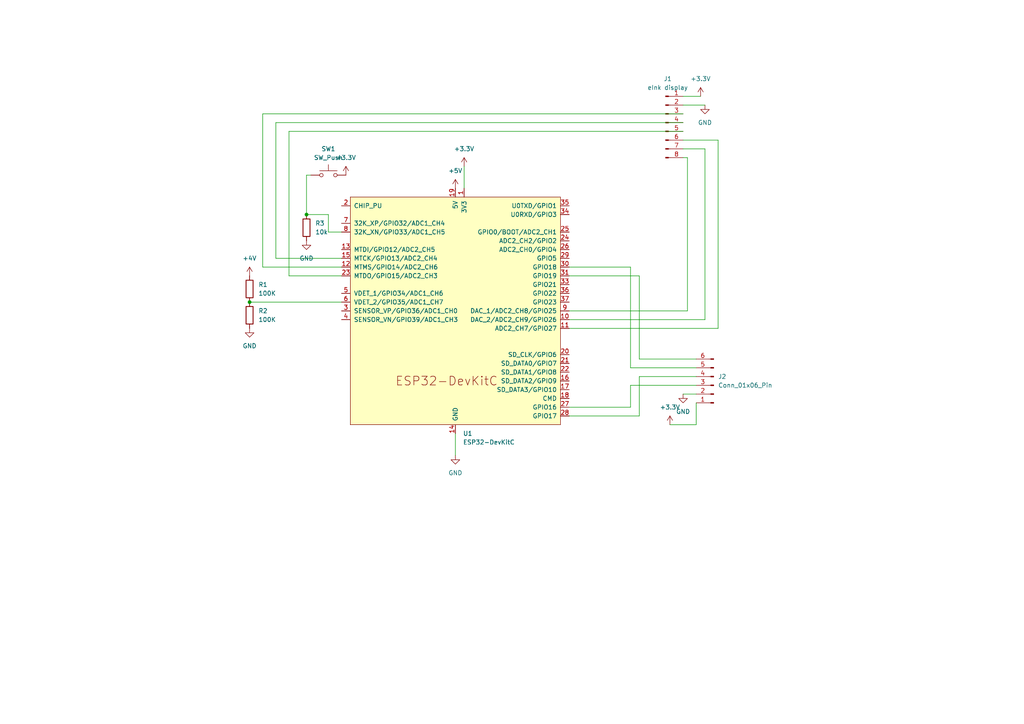
<source format=kicad_sch>
(kicad_sch (version 20230121) (generator eeschema)
  (paper "A4")
  (lib_symbols
    (symbol "Connector:Conn_01x06_Pin" (pin_names (offset 1.016) hide)
      (property "Reference" "J" (at 0 7.62 0))
      (property "Value" "Conn_01x06_Pin" (at 0 -10.16 0))
      (symbol "Conn_01x06_Pin_1_1"
        (polyline (pts (xy 1.27 -7.62) (xy 0.8636 -7.62)) (stroke (width 0.1524)))
        (polyline (pts (xy 1.27 -5.08) (xy 0.8636 -5.08)) (stroke (width 0.1524)))
        (polyline (pts (xy 1.27 -2.54) (xy 0.8636 -2.54)) (stroke (width 0.1524)))
        (polyline (pts (xy 1.27 0) (xy 0.8636 0)) (stroke (width 0.1524)))
        (polyline (pts (xy 1.27 2.54) (xy 0.8636 2.54)) (stroke (width 0.1524)))
        (polyline (pts (xy 1.27 5.08) (xy 0.8636 5.08)) (stroke (width 0.1524)))
        (rectangle (start 0.8636 -7.493) (end 0 -7.747) (stroke (width 0.1524)) (fill (type outline)))
        (rectangle (start 0.8636 -4.953) (end 0 -5.207) (stroke (width 0.1524)) (fill (type outline)))
        (rectangle (start 0.8636 -2.413) (end 0 -2.667) (stroke (width 0.1524)) (fill (type outline)))
        (rectangle (start 0.8636 0.127) (end 0 -0.127) (stroke (width 0.1524)) (fill (type outline)))
        (rectangle (start 0.8636 2.667) (end 0 2.413) (stroke (width 0.1524)) (fill (type outline)))
        (rectangle (start 0.8636 5.207) (end 0 4.953) (stroke (width 0.1524)) (fill (type outline)))
        (pin passive line (at 5.08 5.08 180) (length 3.81) (name "Pin_1") (number "1"))
        (pin passive line (at 5.08 2.54 180) (length 3.81) (name "Pin_2") (number "2"))
        (pin passive line (at 5.08 0 180) (length 3.81) (name "Pin_3") (number "3"))
        (pin passive line (at 5.08 -2.54 180) (length 3.81) (name "Pin_4") (number "4"))
        (pin passive line (at 5.08 -5.08 180) (length 3.81) (name "Pin_5") (number "5"))
        (pin passive line (at 5.08 -7.62 180) (length 3.81) (name "Pin_6") (number "6"))
      )
    )
    (symbol "Connector:Conn_01x08_Pin" (pin_names (offset 1.016) hide)
      (property "Reference" "J" (at 0 10.16 0))
      (property "Value" "Conn_01x08_Pin" (at 0 -12.7 0))
      (symbol "Conn_01x08_Pin_1_1"
        (polyline (pts (xy 1.27 -10.16) (xy 0.8636 -10.16)) (stroke (width 0.1524)))
        (polyline (pts (xy 1.27 -7.62) (xy 0.8636 -7.62)) (stroke (width 0.1524)))
        (polyline (pts (xy 1.27 -5.08) (xy 0.8636 -5.08)) (stroke (width 0.1524)))
        (polyline (pts (xy 1.27 -2.54) (xy 0.8636 -2.54)) (stroke (width 0.1524)))
        (polyline (pts (xy 1.27 0) (xy 0.8636 0)) (stroke (width 0.1524)))
        (polyline (pts (xy 1.27 2.54) (xy 0.8636 2.54)) (stroke (width 0.1524)))
        (polyline (pts (xy 1.27 5.08) (xy 0.8636 5.08)) (stroke (width 0.1524)))
        (polyline (pts (xy 1.27 7.62) (xy 0.8636 7.62)) (stroke (width 0.1524)))
        (rectangle (start 0.8636 -10.033) (end 0 -10.287) (stroke (width 0.1524)) (fill (type outline)))
        (rectangle (start 0.8636 -7.493) (end 0 -7.747) (stroke (width 0.1524)) (fill (type outline)))
        (rectangle (start 0.8636 -4.953) (end 0 -5.207) (stroke (width 0.1524)) (fill (type outline)))
        (rectangle (start 0.8636 -2.413) (end 0 -2.667) (stroke (width 0.1524)) (fill (type outline)))
        (rectangle (start 0.8636 0.127) (end 0 -0.127) (stroke (width 0.1524)) (fill (type outline)))
        (rectangle (start 0.8636 2.667) (end 0 2.413) (stroke (width 0.1524)) (fill (type outline)))
        (rectangle (start 0.8636 5.207) (end 0 4.953) (stroke (width 0.1524)) (fill (type outline)))
        (rectangle (start 0.8636 7.747) (end 0 7.493) (stroke (width 0.1524)) (fill (type outline)))
        (pin passive line (at 5.08 7.62 180) (length 3.81) (name "Pin_1") (number "1"))
        (pin passive line (at 5.08 5.08 180) (length 3.81) (name "Pin_2") (number "2"))
        (pin passive line (at 5.08 2.54 180) (length 3.81) (name "Pin_3") (number "3"))
        (pin passive line (at 5.08 0 180) (length 3.81) (name "Pin_4") (number "4"))
        (pin passive line (at 5.08 -2.54 180) (length 3.81) (name "Pin_5") (number "5"))
        (pin passive line (at 5.08 -5.08 180) (length 3.81) (name "Pin_6") (number "6"))
        (pin passive line (at 5.08 -7.62 180) (length 3.81) (name "Pin_7") (number "7"))
        (pin passive line (at 5.08 -10.16 180) (length 3.81) (name "Pin_8") (number "8"))
      )
    )
    (symbol "Device:R" (pin_numbers hide) (pin_names (offset 0))
      (property "Reference" "R" (at 2.032 0 90))
      (property "Value" "R" (at 0 0 90))
      (symbol "R_0_1"
        (rectangle (start -1.016 -2.54) (end 1.016 2.54) (stroke (width 0.254)))
      )
      (symbol "R_1_1"
        (pin passive line (at 0 3.81 270) (length 1.27) (name "~") (number "1"))
        (pin passive line (at 0 -3.81 90) (length 1.27) (name "~") (number "2"))
      )
    )
    (symbol "PCM_Espressif:ESP32-DevKitC" (pin_names (offset 1.016))
      (property "Reference" "U" (at -30.48 38.1 0))
      (property "Value" "ESP32-DevKitC" (at -30.48 35.56 0))
      (symbol "ESP32-DevKitC_0_0"
        (text "ESP32-DevKitC" (at -2.54 -20.32 0) (effects (font (size 2.54 2.54))))
        (pin power_in line (at 0 -35.56 90) (length 2.54) (name "GND") (number "14"))
        (pin power_in line (at 0 35.56 270) (length 2.54) (name "5V") (number "19"))
      )
      (symbol "ESP32-DevKitC_0_1"
        (rectangle (start -30.48 33.02) (end 30.48 -33.02) (fill (type background)))
      )
      (symbol "ESP32-DevKitC_1_1"
        (pin power_in line (at 2.54 35.56 270) (length 2.54) (name "3V3") (number "1"))
        (pin bidirectional line (at 33.02 -2.54 180) (length 2.54) (name "DAC_2/ADC2_CH9/GPIO26") (number "10"))
        (pin bidirectional line (at 33.02 -5.08 180) (length 2.54) (name "ADC2_CH7/GPIO27") (number "11"))
        (pin bidirectional line (at -33.02 12.7 0) (length 2.54) (name "MTMS/GPIO14/ADC2_CH6") (number "12"))
        (pin bidirectional line (at -33.02 17.78 0) (length 2.54) (name "MTDI/GPIO12/ADC2_CH5") (number "13"))
        (pin bidirectional line (at -33.02 15.24 0) (length 2.54) (name "MTCK/GPIO13/ADC2_CH4") (number "15"))
        (pin bidirectional line (at 33.02 -20.32 180) (length 2.54) (name "SD_DATA2/GPIO9") (number "16"))
        (pin bidirectional line (at 33.02 -22.86 180) (length 2.54) (name "SD_DATA3/GPIO10") (number "17"))
        (pin bidirectional line (at 33.02 -25.4 180) (length 2.54) (name "CMD") (number "18"))
        (pin input line (at -33.02 30.48 0) (length 2.54) (name "CHIP_PU") (number "2"))
        (pin bidirectional line (at 33.02 -12.7 180) (length 2.54) (name "SD_CLK/GPIO6") (number "20"))
        (pin bidirectional line (at 33.02 -15.24 180) (length 2.54) (name "SD_DATA0/GPIO7") (number "21"))
        (pin bidirectional line (at 33.02 -17.78 180) (length 2.54) (name "SD_DATA1/GPIO8") (number "22"))
        (pin bidirectional line (at -33.02 10.16 0) (length 2.54) (name "MTDO/GPIO15/ADC2_CH3") (number "23"))
        (pin bidirectional line (at 33.02 20.32 180) (length 2.54) (name "ADC2_CH2/GPIO2") (number "24"))
        (pin bidirectional line (at 33.02 22.86 180) (length 2.54) (name "GPIO0/BOOT/ADC2_CH1") (number "25"))
        (pin bidirectional line (at 33.02 17.78 180) (length 2.54) (name "ADC2_CH0/GPIO4") (number "26"))
        (pin bidirectional line (at 33.02 -27.94 180) (length 2.54) (name "GPIO16") (number "27"))
        (pin bidirectional line (at 33.02 -30.48 180) (length 2.54) (name "GPIO17") (number "28"))
        (pin bidirectional line (at 33.02 15.24 180) (length 2.54) (name "GPIO5") (number "29"))
        (pin input line (at -33.02 0 0) (length 2.54) (name "SENSOR_VP/GPIO36/ADC1_CH0") (number "3"))
        (pin bidirectional line (at 33.02 12.7 180) (length 2.54) (name "GPIO18") (number "30"))
        (pin bidirectional line (at 33.02 10.16 180) (length 2.54) (name "GPIO19") (number "31"))
        (pin passive line (at 0 -35.56 90) (length 2.54) hide (name "GND") (number "32"))
        (pin bidirectional line (at 33.02 7.62 180) (length 2.54) (name "GPIO21") (number "33"))
        (pin bidirectional line (at 33.02 27.94 180) (length 2.54) (name "U0RXD/GPIO3") (number "34"))
        (pin bidirectional line (at 33.02 30.48 180) (length 2.54) (name "U0TXD/GPIO1") (number "35"))
        (pin bidirectional line (at 33.02 5.08 180) (length 2.54) (name "GPIO22") (number "36"))
        (pin bidirectional line (at 33.02 2.54 180) (length 2.54) (name "GPIO23") (number "37"))
        (pin passive line (at 0 -35.56 90) (length 2.54) hide (name "GND") (number "38"))
        (pin input line (at -33.02 -2.54 0) (length 2.54) (name "SENSOR_VN/GPIO39/ADC1_CH3") (number "4"))
        (pin input line (at -33.02 5.08 0) (length 2.54) (name "VDET_1/GPIO34/ADC1_CH6") (number "5"))
        (pin input line (at -33.02 2.54 0) (length 2.54) (name "VDET_2/GPIO35/ADC1_CH7") (number "6"))
        (pin bidirectional line (at -33.02 25.4 0) (length 2.54) (name "32K_XP/GPIO32/ADC1_CH4") (number "7"))
        (pin bidirectional line (at -33.02 22.86 0) (length 2.54) (name "32K_XN/GPIO33/ADC1_CH5") (number "8"))
        (pin bidirectional line (at 33.02 0 180) (length 2.54) (name "DAC_1/ADC2_CH8/GPIO25") (number "9"))
      )
    )
    (symbol "Switch:SW_Push" (pin_numbers hide) (pin_names (offset 1.016) hide)
      (property "Reference" "SW" (at 1.27 2.54 0))
      (property "Value" "SW_Push" (at 0 -1.524 0))
      (symbol "SW_Push_0_1"
        (circle (center -2.032 0) (radius 0.508))
        (polyline (pts (xy 0 1.27) (xy 0 3.048)))
        (polyline (pts (xy 2.54 1.27) (xy -2.54 1.27)))
        (circle (center 2.032 0) (radius 0.508))
        (pin passive line (at -5.08 0 0) (length 2.54) (name "1") (number "1"))
        (pin passive line (at 5.08 0 180) (length 2.54) (name "2") (number "2"))
      )
    )
    (symbol "power:+3.3V" (power) (pin_names (offset 0))
      (property "Value" "+3.3V" (at 0 3.556 0))
      (symbol "+3.3V_0_1"
        (polyline (pts (xy -0.762 1.27) (xy 0 2.54)))
        (polyline (pts (xy 0 0) (xy 0 2.54)))
        (polyline (pts (xy 0 2.54) (xy 0.762 1.27)))
      )
      (symbol "+3.3V_1_1"
        (pin power_in line (at 0 0 90) (length 0) hide (name "+3.3V") (number "1"))
      )
    )
    (symbol "power:+4V" (power) (pin_names (offset 0))
      (property "Value" "+4V" (at 0 3.556 0))
      (symbol "+4V_0_1"
        (polyline (pts (xy -0.762 1.27) (xy 0 2.54)))
        (polyline (pts (xy 0 0) (xy 0 2.54)))
        (polyline (pts (xy 0 2.54) (xy 0.762 1.27)))
      )
      (symbol "+4V_1_1"
        (pin power_in line (at 0 0 90) (length 0) hide (name "+4V") (number "1"))
      )
    )
    (symbol "power:+5V" (power) (pin_names (offset 0))
      (property "Value" "+5V" (at 0 3.556 0))
      (symbol "+5V_0_1"
        (polyline (pts (xy -0.762 1.27) (xy 0 2.54)))
        (polyline (pts (xy 0 0) (xy 0 2.54)))
        (polyline (pts (xy 0 2.54) (xy 0.762 1.27)))
      )
      (symbol "+5V_1_1"
        (pin power_in line (at 0 0 90) (length 0) hide (name "+5V") (number "1"))
      )
    )
    (symbol "power:GND" (power) (pin_names (offset 0))
      (property "Value" "GND" (at 0 -3.81 0))
      (symbol "GND_0_1"
        (polyline (pts (xy 0 0) (xy 0 -1.27) (xy 1.27 -1.27) (xy 0 -2.54) (xy -1.27 -1.27) (xy 0 -1.27)))
      )
      (symbol "GND_1_1"
        (pin power_in line (at 0 0 270) (length 0) hide (name "GND") (number "1"))
      )
    )
  )
  (junction (at 88.9 62.23))
  (junction (at 72.39 87.63))
  (wire (pts (xy 165.1 77.47) (xy 182.88 77.47)))
  (wire (pts (xy 204.47 43.18) (xy 198.12 43.18)))
  (wire (pts (xy 198.12 27.94) (xy 203.2 27.94)))
  (wire (pts (xy 208.28 40.64) (xy 198.12 40.64)))
  (wire (pts (xy 185.42 120.65) (xy 185.42 109.22)))
  (wire (pts (xy 165.1 92.71) (xy 204.47 92.71)))
  (wire (pts (xy 88.9 50.8) (xy 90.17 50.8)))
  (wire (pts (xy 201.93 116.84) (xy 201.93 123.19)))
  (wire (pts (xy 165.1 120.65) (xy 185.42 120.65)))
  (wire (pts (xy 99.06 67.31) (xy 95.25 67.31)))
  (wire (pts (xy 208.28 95.25) (xy 208.28 40.64)))
  (wire (pts (xy 99.06 80.01) (xy 83.82 80.01)))
  (wire (pts (xy 80.01 35.56) (xy 198.12 35.56)))
  (wire (pts (xy 165.1 118.11) (xy 182.88 118.11)))
  (wire (pts (xy 132.08 125.73) (xy 132.08 132.08)))
  (wire (pts (xy 204.47 92.71) (xy 204.47 43.18)))
  (wire (pts (xy 99.06 77.47) (xy 76.2 77.47)))
  (wire (pts (xy 76.2 33.02) (xy 76.2 77.47)))
  (wire (pts (xy 99.06 74.93) (xy 80.01 74.93)))
  (wire (pts (xy 185.42 80.01) (xy 185.42 104.14)))
  (wire (pts (xy 165.1 95.25) (xy 208.28 95.25)))
  (wire (pts (xy 95.25 62.23) (xy 88.9 62.23)))
  (wire (pts (xy 182.88 111.76) (xy 201.93 111.76)))
  (wire (pts (xy 185.42 109.22) (xy 201.93 109.22)))
  (wire (pts (xy 199.39 45.72) (xy 198.12 45.72)))
  (wire (pts (xy 182.88 77.47) (xy 182.88 106.68)))
  (wire (pts (xy 72.39 87.63) (xy 99.06 87.63)))
  (wire (pts (xy 83.82 38.1) (xy 198.12 38.1)))
  (wire (pts (xy 198.12 30.48) (xy 204.47 30.48)))
  (wire (pts (xy 88.9 62.23) (xy 88.9 50.8)))
  (wire (pts (xy 95.25 67.31) (xy 95.25 62.23)))
  (wire (pts (xy 194.31 123.19) (xy 201.93 123.19)))
  (wire (pts (xy 182.88 118.11) (xy 182.88 111.76)))
  (wire (pts (xy 165.1 80.01) (xy 185.42 80.01)))
  (wire (pts (xy 199.39 90.17) (xy 199.39 45.72)))
  (wire (pts (xy 83.82 38.1) (xy 83.82 80.01)))
  (wire (pts (xy 134.62 48.26) (xy 134.62 54.61)))
  (wire (pts (xy 198.12 114.3) (xy 201.93 114.3)))
  (wire (pts (xy 76.2 33.02) (xy 198.12 33.02)))
  (wire (pts (xy 182.88 106.68) (xy 201.93 106.68)))
  (wire (pts (xy 165.1 90.17) (xy 199.39 90.17)))
  (wire (pts (xy 185.42 104.14) (xy 201.93 104.14)))
  (wire (pts (xy 80.01 35.56) (xy 80.01 74.93)))
  (symbol (lib_id "power:+3.3V") (at 203.2 27.94 0) (unit 1)
    (property "Reference" "#PWR010" (effects hide))
    (property "Value" "+3.3V" (at 203.2 22.86 0))
  )
  (symbol (lib_id "Device:R") (at 72.39 91.44 0) (unit 1)
    (property "Reference" "R2" (at 74.93 90.17 0) (effects (justify left)))
    (property "Value" "100K" (at 74.93 92.71 0) (effects (justify left)))
    (property "Footprint" "Resistor_THT:R_Axial_DIN0204_L3.6mm_D1.6mm_P5.08mm_Horizontal" (effects hide))
  )
  (symbol (lib_id "Switch:SW_Push") (at 95.25 50.8 0) (unit 1)
    (property "Reference" "SW1" (at 95.25 43.18 0))
    (property "Value" "SW_Push" (at 95.25 45.72 0))
    (property "Footprint" "Button_Switch_THT:SW_PUSH_6mm_H4.3mm" (effects hide))
  )
  (symbol (lib_id "Device:R") (at 88.9 66.04 0) (unit 1)
    (property "Reference" "R3" (at 91.44 64.77 0) (effects (justify left)))
    (property "Value" "10k" (at 91.44 67.31 0) (effects (justify left)))
    (property "Footprint" "Resistor_THT:R_Axial_DIN0207_L6.3mm_D2.5mm_P7.62mm_Horizontal" (effects hide))
  )
  (symbol (lib_id "power:GND") (at 198.12 114.3 0) (unit 1)
    (property "Reference" "#PWR09" (effects hide))
    (property "Value" "GND" (at 198.12 119.38 0))
  )
  (symbol (lib_id "power:+4V") (at 72.39 80.01 0) (unit 1)
    (property "Reference" "#PWR01" (effects hide))
    (property "Value" "+4V" (at 72.39 74.93 0))
  )
  (symbol (lib_id "Device:R") (at 72.39 83.82 0) (unit 1)
    (property "Reference" "R1" (at 74.93 82.55 0) (effects (justify left)))
    (property "Value" "100K" (at 74.93 85.09 0) (effects (justify left)))
    (property "Footprint" "Resistor_THT:R_Axial_DIN0204_L3.6mm_D1.6mm_P5.08mm_Horizontal" (effects hide))
  )
  (symbol (lib_id "PCM_Espressif:ESP32-DevKitC") (at 132.08 90.17 0) (unit 1)
    (property "Reference" "U1" (at 134.2741 125.73 0) (effects (justify left)))
    (property "Value" "ESP32-DevKitC" (at 134.2741 128.27 0) (effects (justify left)))
    (property "Footprint" "PCM_Espressif:ESP32-DevKitC" (effects hide))
    (property "Datasheet" "https://docs.espressif.com/projects/esp-idf/zh_CN/latest/esp32/hw-reference/esp32/get-started-devkitc.html" (effects hide))
  )
  (symbol (lib_id "power:GND") (at 132.08 132.08 0) (unit 1)
    (property "Reference" "#PWR06" (effects hide))
    (property "Value" "GND" (at 132.08 137.16 0))
  )
  (symbol (lib_id "Connector:Conn_01x08_Pin") (at 193.04 35.56 0) (unit 1)
    (property "Reference" "J1" (at 193.675 22.86 0))
    (property "Value" "eInk display" (at 193.675 25.4 0))
    (property "Footprint" "Connector_PinHeader_2.54mm:PinHeader_1x08_P2.54mm_Vertical" (effects hide))
  )
  (symbol (lib_id "power:+5V") (at 132.08 54.61 0) (unit 1)
    (property "Reference" "#PWR05" (effects hide))
    (property "Value" "+5V" (at 132.08 49.53 0))
  )
  (symbol (lib_id "power:GND") (at 88.9 69.85 0) (unit 1)
    (property "Reference" "#PWR03" (effects hide))
    (property "Value" "GND" (at 88.9 74.93 0))
  )
  (symbol (lib_id "power:GND") (at 72.39 95.25 0) (unit 1)
    (property "Reference" "#PWR02" (effects hide))
    (property "Value" "GND" (at 72.39 100.33 0))
  )
  (symbol (lib_id "power:GND") (at 204.47 30.48 0) (unit 1)
    (property "Reference" "#PWR011" (effects hide))
    (property "Value" "GND" (at 204.47 35.56 0))
  )
  (symbol (lib_id "power:+3.3V") (at 134.62 48.26 0) (unit 1)
    (property "Reference" "#PWR07" (effects hide))
    (property "Value" "+3.3V" (at 134.62 43.18 0))
  )
  (symbol (lib_id "Connector:Conn_01x06_Pin") (at 207.01 111.76 180) (unit 1)
    (property "Reference" "J2" (at 208.28 109.22 0) (effects (justify right)))
    (property "Value" "Conn_01x06_Pin" (at 208.28 111.76 0) (effects (justify right)))
    (property "Footprint" "Connector_PinHeader_2.54mm:PinHeader_1x06_P2.54mm_Vertical" (effects hide))
  )
  (symbol (lib_id "power:+3.3V") (at 100.33 50.8 0) (unit 1)
    (property "Reference" "#PWR04" (effects hide))
    (property "Value" "+3.3V" (at 100.33 45.72 0))
  )
  (symbol (lib_id "power:+3.3V") (at 194.31 123.19 0) (unit 1)
    (property "Reference" "#PWR08" (effects hide))
    (property "Value" "+3.3V" (at 194.31 118.11 0))
  )
)
</source>
